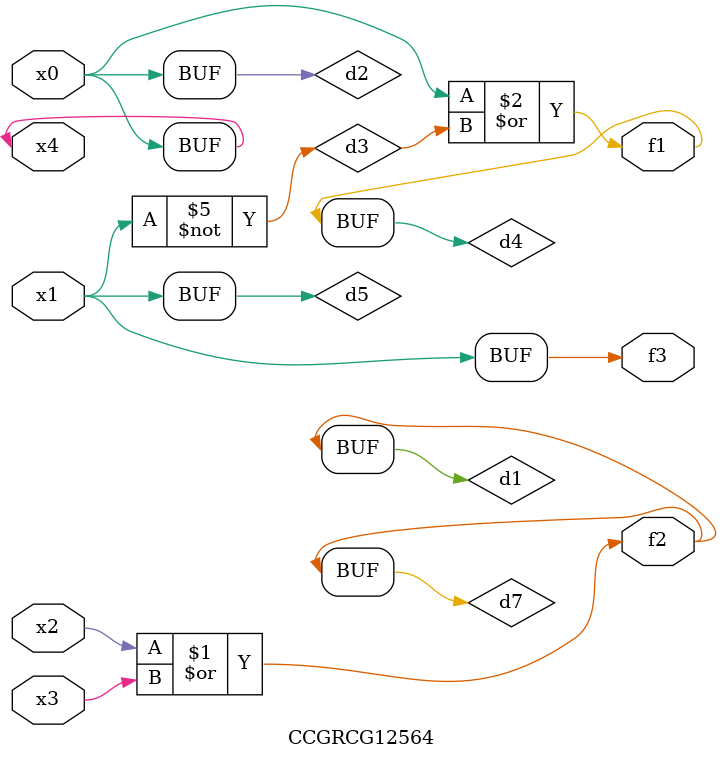
<source format=v>
module CCGRCG12564(
	input x0, x1, x2, x3, x4,
	output f1, f2, f3
);

	wire d1, d2, d3, d4, d5, d6, d7;

	or (d1, x2, x3);
	buf (d2, x0, x4);
	not (d3, x1);
	or (d4, d2, d3);
	not (d5, d3);
	nand (d6, d1, d3);
	or (d7, d1);
	assign f1 = d4;
	assign f2 = d7;
	assign f3 = d5;
endmodule

</source>
